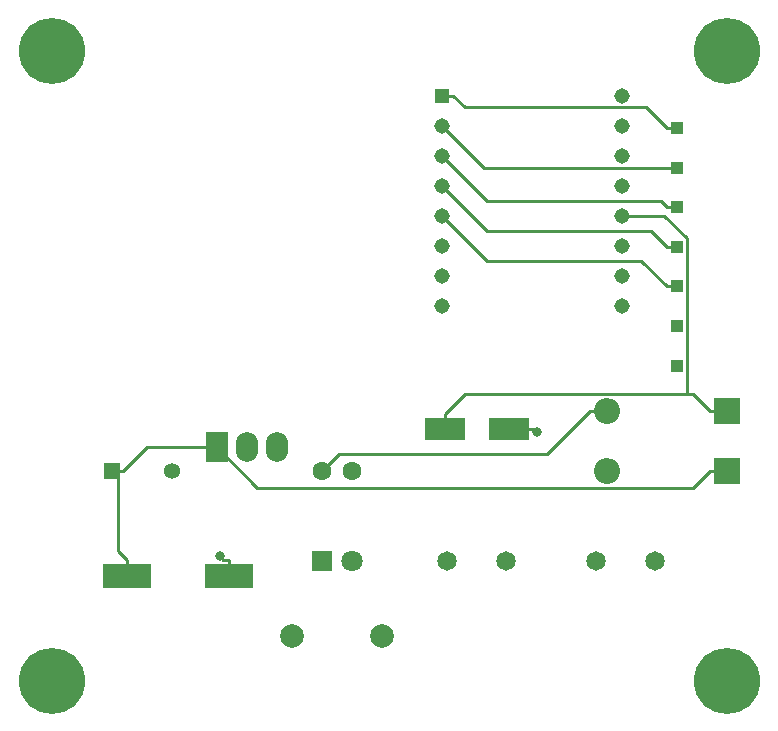
<source format=gbr>
%TF.GenerationSoftware,KiCad,Pcbnew,7.0.9*%
%TF.CreationDate,2025-08-10T16:09:38+02:00*%
%TF.ProjectId,Kicad_Projet_Sons_HW896_V1,4b696361-645f-4507-926f-6a65745f536f,rev?*%
%TF.SameCoordinates,Original*%
%TF.FileFunction,Copper,L1,Top*%
%TF.FilePolarity,Positive*%
%FSLAX46Y46*%
G04 Gerber Fmt 4.6, Leading zero omitted, Abs format (unit mm)*
G04 Created by KiCad (PCBNEW 7.0.9) date 2025-08-10 16:09:38*
%MOMM*%
%LPD*%
G01*
G04 APERTURE LIST*
%TA.AperFunction,SMDPad,CuDef*%
%ADD10R,4.100000X2.000000*%
%TD*%
%TA.AperFunction,ComponentPad*%
%ADD11C,5.600000*%
%TD*%
%TA.AperFunction,ComponentPad*%
%ADD12R,1.357000X1.357000*%
%TD*%
%TA.AperFunction,ComponentPad*%
%ADD13C,1.357000*%
%TD*%
%TA.AperFunction,ComponentPad*%
%ADD14R,1.800000X1.800000*%
%TD*%
%TA.AperFunction,ComponentPad*%
%ADD15C,1.800000*%
%TD*%
%TA.AperFunction,ComponentPad*%
%ADD16C,1.650000*%
%TD*%
%TA.AperFunction,ComponentPad*%
%ADD17R,2.200000X2.200000*%
%TD*%
%TA.AperFunction,ComponentPad*%
%ADD18O,2.200000X2.200000*%
%TD*%
%TA.AperFunction,ComponentPad*%
%ADD19R,1.000000X1.000000*%
%TD*%
%TA.AperFunction,SMDPad,CuDef*%
%ADD20R,3.500000X1.850000*%
%TD*%
%TA.AperFunction,ComponentPad*%
%ADD21C,2.000000*%
%TD*%
%TA.AperFunction,ComponentPad*%
%ADD22C,1.600000*%
%TD*%
%TA.AperFunction,ComponentPad*%
%ADD23R,1.308000X1.308000*%
%TD*%
%TA.AperFunction,ComponentPad*%
%ADD24C,1.308000*%
%TD*%
%TA.AperFunction,ComponentPad*%
%ADD25R,1.900000X2.500000*%
%TD*%
%TA.AperFunction,ComponentPad*%
%ADD26O,1.900000X2.500000*%
%TD*%
%TA.AperFunction,ViaPad*%
%ADD27C,0.800000*%
%TD*%
%TA.AperFunction,Conductor*%
%ADD28C,0.250000*%
%TD*%
G04 APERTURE END LIST*
D10*
%TO.P,C2,1,+*%
%TO.N,Net-(C2-+)*%
X123190000Y-95250000D03*
%TO.P,C2,2,-*%
%TO.N,GND*%
X131890000Y-95250000D03*
%TD*%
D11*
%TO.P,REF3,1*%
%TO.N,N/C*%
X173990000Y-104140000D03*
%TD*%
D12*
%TO.P,C1,1,1*%
%TO.N,Net-(C2-+)*%
X121920000Y-86360000D03*
D13*
%TO.P,C1,2,2*%
%TO.N,GND*%
X127000000Y-86360000D03*
%TD*%
D14*
%TO.P,D3,1,K*%
%TO.N,GND*%
X139700000Y-93980000D03*
D15*
%TO.P,D3,2,A*%
%TO.N,Net-(D3-A)*%
X142240000Y-93980000D03*
%TD*%
D16*
%TO.P,J2,1,1*%
%TO.N,Net-(U2-SPK-)*%
X167894000Y-93980000D03*
%TO.P,J2,2,2*%
%TO.N,Net-(U2-SPK+)*%
X162894000Y-93980000D03*
%TD*%
D17*
%TO.P,D1,1,K*%
%TO.N,Net-(C2-+)*%
X173990000Y-86360000D03*
D18*
%TO.P,D1,2,A*%
%TO.N,Net-(D1-A)*%
X163830000Y-86360000D03*
%TD*%
D11*
%TO.P,REF2,1*%
%TO.N,N/C*%
X173990000Y-50800000D03*
%TD*%
D19*
%TO.P,J6,1,Pin_1*%
%TO.N,Net-(J6-Pin_1)*%
X169799000Y-67420000D03*
%TD*%
%TO.P,J4,1,Pin_1*%
%TO.N,Net-(J4-Pin_1)*%
X169799000Y-60720000D03*
%TD*%
D20*
%TO.P,C4,1,+*%
%TO.N,+4V*%
X150175000Y-82804000D03*
%TO.P,C4,2,-*%
%TO.N,GND*%
X155575000Y-82804000D03*
%TD*%
D19*
%TO.P,J3,1,Pin_1*%
%TO.N,Net-(J3-Pin_1)*%
X169799000Y-57370000D03*
%TD*%
D11*
%TO.P,REF1,1*%
%TO.N,N/C*%
X116840000Y-50800000D03*
%TD*%
D21*
%TO.P,R1,1*%
%TO.N,Net-(D2-A)*%
X137160000Y-100330000D03*
%TO.P,R1,2*%
%TO.N,Net-(D3-A)*%
X144780000Y-100330000D03*
%TD*%
D22*
%TO.P,C3,1*%
%TO.N,Net-(D2-A)*%
X139740000Y-86360000D03*
%TO.P,C3,2*%
%TO.N,GND*%
X142240000Y-86360000D03*
%TD*%
D19*
%TO.P,J8,1,Pin_1*%
%TO.N,GND*%
X169799000Y-74120000D03*
%TD*%
%TO.P,J9,1,Pin_1*%
%TO.N,GND*%
X169799000Y-77470000D03*
%TD*%
D23*
%TO.P,U2,1,K1*%
%TO.N,Net-(J3-Pin_1)*%
X149860000Y-54610000D03*
D24*
%TO.P,U2,2,K2*%
%TO.N,Net-(J4-Pin_1)*%
X149860000Y-57150000D03*
%TO.P,U2,3,K3*%
%TO.N,Net-(J5-Pin_1)*%
X149860000Y-59690000D03*
%TO.P,U2,4,K4*%
%TO.N,Net-(J6-Pin_1)*%
X149860000Y-62230000D03*
%TO.P,U2,5,K5*%
%TO.N,Net-(J7-Pin_1)*%
X149860000Y-64770000D03*
%TO.P,U2,6,SGND*%
%TO.N,unconnected-(U2-SGND-Pad6)*%
X149860000Y-67310000D03*
%TO.P,U2,7,ADKEY*%
%TO.N,unconnected-(U2-ADKEY-Pad7)*%
X149860000Y-69850000D03*
%TO.P,U2,8,Busy*%
%TO.N,unconnected-(U2-Busy-Pad8)*%
X149860000Y-72390000D03*
%TO.P,U2,9,RX*%
%TO.N,unconnected-(U2-RX-Pad9)*%
X165100000Y-72390000D03*
%TO.P,U2,10,TX*%
%TO.N,unconnected-(U2-TX-Pad10)*%
X165100000Y-69850000D03*
%TO.P,U2,11,GND*%
%TO.N,GND*%
X165100000Y-67310000D03*
%TO.P,U2,12,VCC*%
%TO.N,+4V*%
X165100000Y-64770000D03*
%TO.P,U2,13,Dac_R*%
%TO.N,unconnected-(U2-Dac_R-Pad13)*%
X165100000Y-62230000D03*
%TO.P,U2,14,Dac_L*%
%TO.N,unconnected-(U2-Dac_L-Pad14)*%
X165100000Y-59690000D03*
%TO.P,U2,15,SPK-*%
%TO.N,Net-(U2-SPK-)*%
X165100000Y-57150000D03*
%TO.P,U2,16,SPK+*%
%TO.N,Net-(U2-SPK+)*%
X165100000Y-54610000D03*
%TD*%
D11*
%TO.P,REF4,1*%
%TO.N,N/C*%
X116840000Y-104140000D03*
%TD*%
D19*
%TO.P,J5,1,Pin_1*%
%TO.N,Net-(J5-Pin_1)*%
X169799000Y-64070000D03*
%TD*%
D16*
%TO.P,J1,1,1*%
%TO.N,Net-(D1-A)*%
X155321000Y-93980000D03*
%TO.P,J1,2,2*%
%TO.N,GND*%
X150321000Y-93980000D03*
%TD*%
D25*
%TO.P,U1,1,VI*%
%TO.N,Net-(C2-+)*%
X130810000Y-84399000D03*
D26*
%TO.P,U1,2,GND*%
%TO.N,GND*%
X133350000Y-84399000D03*
%TO.P,U1,3,VO*%
%TO.N,Net-(D2-A)*%
X135890000Y-84399000D03*
%TD*%
D19*
%TO.P,J7,1,Pin_1*%
%TO.N,Net-(J7-Pin_1)*%
X169799000Y-70770000D03*
%TD*%
D17*
%TO.P,D2,1,K*%
%TO.N,+4V*%
X173990000Y-81280000D03*
D18*
%TO.P,D2,2,A*%
%TO.N,Net-(D2-A)*%
X163830000Y-81280000D03*
%TD*%
D27*
%TO.N,GND*%
X157938000Y-83091700D03*
X131058200Y-93624900D03*
%TD*%
D28*
%TO.N,Net-(C2-+)*%
X130810000Y-84399000D02*
X124884800Y-84399000D01*
X171121800Y-87802900D02*
X134213900Y-87802900D01*
X173990000Y-86360000D02*
X172564700Y-86360000D01*
X122421900Y-86360000D02*
X122421900Y-93156600D01*
X121920000Y-86360000D02*
X122421900Y-86360000D01*
X134213900Y-87802900D02*
X130810000Y-84399000D01*
X123190000Y-95250000D02*
X123190000Y-93924700D01*
X124884800Y-84399000D02*
X122923800Y-86360000D01*
X122421900Y-93156600D02*
X123190000Y-93924700D01*
X122421900Y-86360000D02*
X122923800Y-86360000D01*
X172564700Y-86360000D02*
X171121800Y-87802900D01*
%TO.N,GND*%
X131058200Y-93624900D02*
X131358000Y-93924700D01*
X157650300Y-82804000D02*
X157938000Y-83091700D01*
X131890000Y-95250000D02*
X131890000Y-93924700D01*
X155575000Y-82804000D02*
X157650300Y-82804000D01*
X131358000Y-93924700D02*
X131890000Y-93924700D01*
%TO.N,Net-(D2-A)*%
X141165400Y-84934600D02*
X158750100Y-84934600D01*
X139740000Y-86360000D02*
X141165400Y-84934600D01*
X163830000Y-81280000D02*
X162404700Y-81280000D01*
X158750100Y-84934600D02*
X162404700Y-81280000D01*
%TO.N,+4V*%
X170624400Y-79854700D02*
X171139400Y-79854700D01*
X165100000Y-64770000D02*
X168682700Y-64770000D01*
X173990000Y-81280000D02*
X172564700Y-81280000D01*
X170624400Y-66711700D02*
X170624400Y-79854700D01*
X150175000Y-81553700D02*
X151874000Y-79854700D01*
X151874000Y-79854700D02*
X170624400Y-79854700D01*
X168682700Y-64770000D02*
X170624400Y-66711700D01*
X171139400Y-79854700D02*
X172564700Y-81280000D01*
X150175000Y-82804000D02*
X150175000Y-81553700D01*
%TO.N,Net-(J3-Pin_1)*%
X169799000Y-57370000D02*
X168973700Y-57370000D01*
X151818600Y-55589300D02*
X167193000Y-55589300D01*
X150839300Y-54610000D02*
X151818600Y-55589300D01*
X149860000Y-54610000D02*
X150839300Y-54610000D01*
X167193000Y-55589300D02*
X168973700Y-57370000D01*
%TO.N,Net-(J4-Pin_1)*%
X149860000Y-57150000D02*
X153430000Y-60720000D01*
X153430000Y-60720000D02*
X169799000Y-60720000D01*
%TO.N,Net-(J5-Pin_1)*%
X169799000Y-64070000D02*
X168973700Y-64070000D01*
X153670000Y-63500000D02*
X168403700Y-63500000D01*
X149860000Y-59690000D02*
X153670000Y-63500000D01*
X168403700Y-63500000D02*
X168973700Y-64070000D01*
%TO.N,Net-(J6-Pin_1)*%
X169799000Y-67420000D02*
X168973700Y-67420000D01*
X153670000Y-66040000D02*
X167593700Y-66040000D01*
X149860000Y-62230000D02*
X153670000Y-66040000D01*
X167593700Y-66040000D02*
X168973700Y-67420000D01*
%TO.N,Net-(J7-Pin_1)*%
X166783700Y-68580000D02*
X168973700Y-70770000D01*
X153670000Y-68580000D02*
X166783700Y-68580000D01*
X169799000Y-70770000D02*
X168973700Y-70770000D01*
X149860000Y-64770000D02*
X153670000Y-68580000D01*
%TD*%
M02*

</source>
